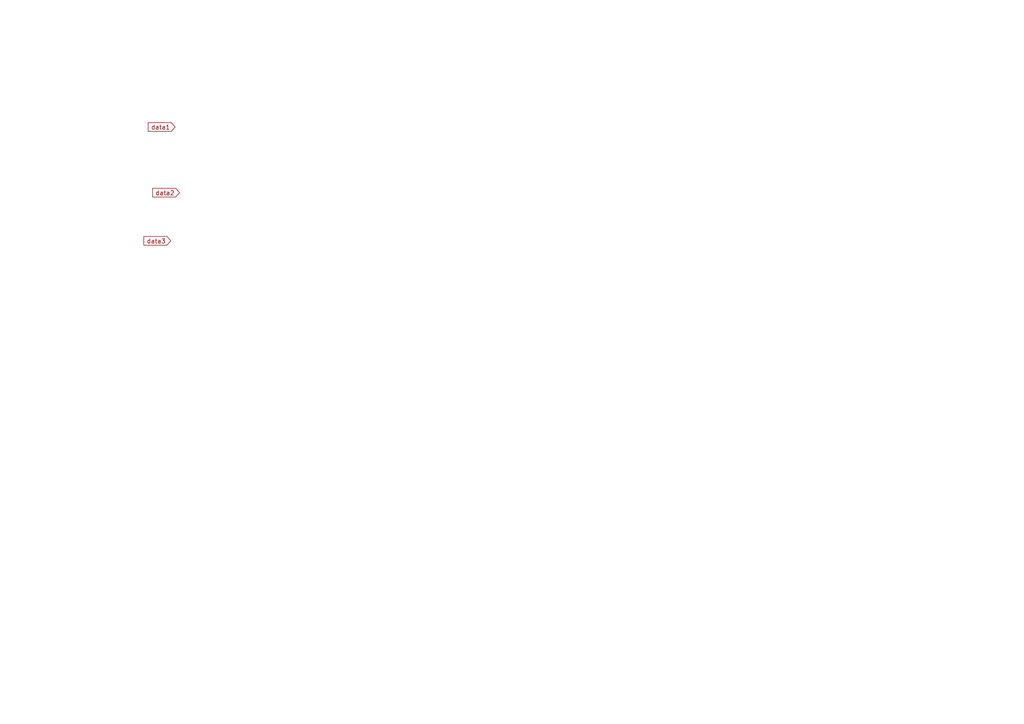
<source format=kicad_sch>
(kicad_sch
	(version 20231120)
	(generator "eeschema")
	(generator_version "8.0")
	(uuid "03f16556-6320-454c-a0d1-ae09f8e3a7d5")
	(paper "A4")
	(lib_symbols)
	(global_label "data1"
		(shape input)
		(at 50.8 36.83 180)
		(fields_autoplaced yes)
		(effects
			(font
				(size 1.27 1.27)
			)
			(justify right)
		)
		(uuid "97c9a28b-c4af-42a1-9b89-ad2d350abe53")
		(property "Intersheetrefs" "${INTERSHEET_REFS}"
			(at 42.4326 36.83 0)
			(effects
				(font
					(size 1.27 1.27)
				)
				(justify right)
				(hide yes)
			)
		)
	)
	(global_label "data3"
		(shape input)
		(at 49.53 69.85 180)
		(fields_autoplaced yes)
		(effects
			(font
				(size 1.27 1.27)
			)
			(justify right)
		)
		(uuid "b7ca29a9-4899-4f88-9603-e057dd24b480")
		(property "Intersheetrefs" "${INTERSHEET_REFS}"
			(at 41.1626 69.85 0)
			(effects
				(font
					(size 1.27 1.27)
				)
				(justify right)
				(hide yes)
			)
		)
	)
	(global_label "data2"
		(shape input)
		(at 52.07 55.88 180)
		(fields_autoplaced yes)
		(effects
			(font
				(size 1.27 1.27)
			)
			(justify right)
		)
		(uuid "f02698df-419e-4742-bf73-e7ee3c8077c4")
		(property "Intersheetrefs" "${INTERSHEET_REFS}"
			(at 43.7026 55.88 0)
			(effects
				(font
					(size 1.27 1.27)
				)
				(justify right)
				(hide yes)
			)
		)
	)
)

</source>
